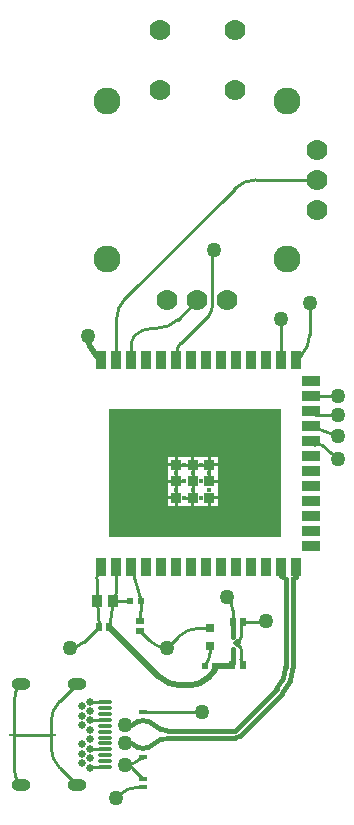
<source format=gtl>
G04*
G04 #@! TF.GenerationSoftware,Altium Limited,Altium Designer,23.9.2 (47)*
G04*
G04 Layer_Physical_Order=1*
G04 Layer_Color=255*
%FSLAX44Y44*%
%MOMM*%
G71*
G04*
G04 #@! TF.SameCoordinates,5FA424B9-A6D8-4F7E-AE3D-71B40F287457*
G04*
G04*
G04 #@! TF.FilePolarity,Positive*
G04*
G01*
G75*
%ADD10C,0.2540*%
%ADD15R,0.7000X0.4000*%
%ADD16O,1.2000X0.3000*%
%ADD17O,1.0000X0.2000*%
%ADD18R,0.9000X1.5000*%
%ADD20C,0.2000*%
G04:AMPARAMS|DCode=21|XSize=0.55mm|YSize=0.5mm|CornerRadius=0.0625mm|HoleSize=0mm|Usage=FLASHONLY|Rotation=90.000|XOffset=0mm|YOffset=0mm|HoleType=Round|Shape=RoundedRectangle|*
%AMROUNDEDRECTD21*
21,1,0.5500,0.3750,0,0,90.0*
21,1,0.4250,0.5000,0,0,90.0*
1,1,0.1250,0.1875,0.2125*
1,1,0.1250,0.1875,-0.2125*
1,1,0.1250,-0.1875,-0.2125*
1,1,0.1250,-0.1875,0.2125*
%
%ADD21ROUNDEDRECTD21*%
%ADD22R,0.6000X0.6400*%
%ADD23R,0.8000X0.8000*%
%ADD24R,0.9000X1.0000*%
%ADD25R,0.6400X0.6000*%
%ADD26R,0.9000X0.9000*%
%ADD27R,1.5000X0.9000*%
%ADD45C,0.5080*%
%ADD46C,0.3810*%
G04:AMPARAMS|DCode=47|XSize=0.48mm|YSize=0.48mm|CornerRadius=0.06mm|HoleSize=0mm|Usage=FLASHONLY|Rotation=135.000|XOffset=0mm|YOffset=0mm|HoleType=Round|Shape=RoundedRectangle|*
%AMROUNDEDRECTD47*
21,1,0.4800,0.3600,0,0,135.0*
21,1,0.3600,0.4800,0,0,135.0*
1,1,0.1200,0.0000,0.2546*
1,1,0.1200,0.2546,0.0000*
1,1,0.1200,0.0000,-0.2546*
1,1,0.1200,-0.2546,0.0000*
%
%ADD47ROUNDEDRECTD47*%
%ADD48C,1.7780*%
%ADD49C,2.2860*%
%ADD50C,0.6500*%
%ADD51O,1.6000X1.0000*%
%ADD52C,0.4000*%
%ADD53C,1.2700*%
G36*
X478810Y568060D02*
X479060D01*
X481060Y566060D01*
X481060Y564310D01*
X480810Y564060D01*
X479060D01*
X478810Y564310D01*
Y568060D01*
D02*
G37*
G36*
X487810Y567560D02*
X487060Y567560D01*
X485560Y566060D01*
X485560Y564310D01*
X485810Y564060D01*
X487560D01*
X487810Y564310D01*
Y567560D01*
D02*
G37*
G36*
X478810Y573060D02*
X479560D01*
X481060Y574560D01*
X481060Y576310D01*
X480810Y576560D01*
X479060D01*
X478810Y576310D01*
X478810Y573060D01*
D02*
G37*
G36*
X487810D02*
X487060D01*
X485560Y574560D01*
X485560Y576310D01*
X485810Y576560D01*
X487560D01*
X487810Y576310D01*
Y573060D01*
D02*
G37*
G36*
X520700Y660400D02*
X374650D01*
Y768350D01*
X520700D01*
Y660400D01*
D02*
G37*
%LPC*%
G36*
X466810Y728400D02*
X461040D01*
Y722630D01*
X466810D01*
Y728400D01*
D02*
G37*
G36*
X430500D02*
X424730D01*
Y722630D01*
X430500D01*
Y728400D01*
D02*
G37*
G36*
X458500D02*
X447040D01*
Y721360D01*
X444500D01*
Y728400D01*
X433040D01*
Y721360D01*
X431770D01*
Y720090D01*
X424730D01*
Y714320D01*
Y708630D01*
X431770D01*
Y706090D01*
X424730D01*
Y700320D01*
Y694630D01*
X431770D01*
Y693360D01*
X433040D01*
Y686320D01*
X438730D01*
Y686320D01*
X444500D01*
Y693360D01*
X447040D01*
Y686320D01*
X452810D01*
Y686320D01*
X458500D01*
Y693360D01*
X459770D01*
Y694630D01*
X466810D01*
Y700320D01*
X466810D01*
Y706090D01*
X459770D01*
Y708630D01*
X466810D01*
Y714400D01*
X466810D01*
Y720090D01*
X459770D01*
Y721360D01*
X458500D01*
Y728400D01*
D02*
G37*
G36*
X466810Y692090D02*
X461040D01*
Y686320D01*
X466810D01*
Y692090D01*
D02*
G37*
G36*
X430500Y692090D02*
X424730D01*
Y686320D01*
X430500D01*
Y692090D01*
D02*
G37*
%LPD*%
D10*
X546170Y766810D02*
G03*
X549710Y763270I3540J0D01*
G01*
X546440Y779780D02*
G03*
X546170Y779510I0J-270D01*
G01*
X393970Y809860D02*
G03*
X396240Y815340I-5480J5480D01*
G01*
Y830580D02*
G03*
X393970Y825100I5480J-5480D01*
G01*
X415199Y836930D02*
G03*
X433159Y844370I0J25400D01*
G01*
X411570Y836930D02*
G03*
X396240Y830580I0J-21680D01*
G01*
X435610Y824230D02*
G03*
X432070Y815684I8546J-8546D01*
G01*
X459276Y847896D02*
G03*
X462550Y855799I-7903J7903D01*
G01*
X520700Y810512D02*
G03*
X520970Y809860I922J0D01*
G01*
X537391Y813580D02*
G03*
X544830Y831541I-17960J17960D01*
G01*
X388709Y862420D02*
G03*
X381270Y844459I17960J-17960D01*
G01*
X499471Y962660D02*
G03*
X481511Y955220I0J-25400D01*
G01*
X359098Y480960D02*
G03*
X360305Y480460I1207J1207D01*
G01*
Y505460D02*
G03*
X359098Y504960I0J-1707D01*
G01*
X360305Y465460D02*
G03*
X359098Y464960I0J-1707D01*
G01*
X400721Y448620D02*
G03*
X382761Y441180I0J-25400D01*
G01*
X394595Y464885D02*
G03*
X388620Y467360I-5975J-5975D01*
G01*
D02*
G03*
X402738Y473208I0J19966D01*
G01*
X359098Y520960D02*
G03*
X360305Y520460I1207J1207D01*
G01*
X333237Y521300D02*
G03*
X325797Y503339I17960J-17960D01*
G01*
Y482581D02*
G03*
X333237Y464621I25400J0D01*
G01*
X294797Y463538D02*
G03*
X300297Y450260I18778J0D01*
G01*
X295401Y492960D02*
G03*
X294797Y492710I0J-854D01*
G01*
X300297Y535660D02*
G03*
X294797Y522382I13278J-13278D01*
G01*
X480060Y587218D02*
G03*
X479590Y588353I-1605J0D01*
G01*
Y598470D02*
G03*
X474980Y609600I-15739J0D01*
G01*
X488390Y588353D02*
G03*
X486560Y583935I4418J-4418D01*
G01*
X409004Y572706D02*
G03*
X424180Y566420I15176J15176D01*
G01*
X451291Y583010D02*
G03*
X433330Y575570I0J-25400D01*
G01*
X341630Y566420D02*
G03*
X353631Y571391I0J16972D01*
G01*
X464950Y551260D02*
G03*
X464820Y550946I314J-314D01*
G01*
X377990Y605790D02*
G03*
X381270Y613709I-7919J7919D01*
G01*
X368570Y634860D02*
G03*
X364490Y625010I9850J-9850D01*
G01*
X477068Y551260D02*
G03*
X479500Y552267I0J3440D01*
G01*
X455950Y551260D02*
G03*
X460450Y562124I-10864J10864D01*
G01*
X486560Y565310D02*
G03*
X485323Y568297I-4225J0D01*
G01*
X485323Y572323D02*
G03*
X486560Y575310I-2987J2987D01*
G01*
X486560Y556468D02*
G03*
X488300Y552267I5941J0D01*
G01*
X479500D02*
G03*
X480060Y553619I-1352J1352D01*
G01*
X546170Y741410D02*
X554990Y737870D01*
X568960Y726440D01*
X546170Y754110D02*
X568960Y745490D01*
X546170Y741410D02*
X549400Y738180D01*
X549710Y763270D02*
X568960D01*
X546440Y779780D02*
X568960D01*
X393970Y809860D02*
Y825100D01*
X411570Y836930D02*
X415199D01*
X433159Y844370D02*
X449850Y861060D01*
X432070Y809860D02*
Y815684D01*
X435610Y824230D02*
X459276Y847896D01*
X520700Y810512D02*
Y844550D01*
X533670Y809860D02*
X537391Y813580D01*
X544830Y831541D02*
Y858520D01*
X462550Y901970D02*
X463550Y902970D01*
X462550Y855799D02*
Y901970D01*
X388709Y862420D02*
X481511Y955220D01*
X499471Y962660D02*
X551450D01*
X381270Y809860D02*
Y844459D01*
X445770Y693360D02*
Y721360D01*
X459770Y707360D02*
Y721360D01*
Y707360D02*
X459770Y707360D01*
X445770Y721360D02*
X459770D01*
X431770D02*
X445770D01*
X431770Y707360D02*
Y721360D01*
Y693360D02*
Y707360D01*
X431770Y707360D02*
X438770D01*
X431770Y707360D02*
X431770Y707360D01*
X438770Y693360D02*
X438770Y693360D01*
X445770D01*
X360305Y480460D02*
X371598D01*
X360305Y505460D02*
X371598D01*
X360305Y465460D02*
X371598D01*
X381000Y439420D02*
X382761Y441180D01*
X400721Y448620D02*
X403860D01*
X402738Y473208D02*
X403860Y474330D01*
X394595Y464885D02*
X403860Y455620D01*
X403860Y511810D02*
X453390D01*
X360305Y520460D02*
X371598D01*
X333237Y521300D02*
X347598Y535660D01*
X325797Y482581D02*
Y492960D01*
X295401D02*
X325797D01*
Y503339D01*
X333237Y464621D02*
X347598Y450260D01*
X294797Y492710D02*
Y522382D01*
Y463538D02*
Y492710D01*
X479590Y588353D02*
Y598470D01*
X507073Y588353D02*
X508000Y589280D01*
X488390Y588353D02*
X507073D01*
X424180Y566420D02*
X433330Y575570D01*
X451291Y583010D02*
X460450D01*
X353631Y571391D02*
X366440Y584200D01*
X401320Y580390D02*
X409004Y572706D01*
X375240Y584200D02*
X377990Y605790D01*
X401320Y589190D02*
X402010Y605790D01*
X364490D02*
Y625010D01*
Y605790D02*
X366440Y584200D01*
X377990Y605790D02*
X393010D01*
X393970Y634860D02*
X402010Y605790D01*
X381270Y613709D02*
Y634860D01*
X460450Y562124D02*
Y568010D01*
X486560Y556468D02*
Y565310D01*
X483310Y570310D02*
X485323Y568297D01*
X486560Y575310D02*
Y583935D01*
X483310Y570310D02*
X485323Y572323D01*
D15*
X403860Y481330D02*
D03*
X403860Y504810D02*
D03*
X403860Y474330D02*
D03*
X403860Y511810D02*
D03*
X403860Y455620D02*
D03*
Y448620D02*
D03*
D16*
X371598Y520460D02*
D03*
Y510460D02*
D03*
Y505460D02*
D03*
Y500460D02*
D03*
X371598Y495460D02*
D03*
Y490460D02*
D03*
X371598Y485460D02*
D03*
Y480460D02*
D03*
Y475460D02*
D03*
Y515460D02*
D03*
Y470460D02*
D03*
Y465460D02*
D03*
D17*
X325797Y492960D02*
D03*
X294797Y492710D02*
D03*
D18*
X520970Y634860D02*
D03*
X533670Y634860D02*
D03*
X368570Y634860D02*
D03*
X381270D02*
D03*
X393970D02*
D03*
X406670Y634860D02*
D03*
X419370Y634860D02*
D03*
X432070D02*
D03*
X444770D02*
D03*
X457470D02*
D03*
X470170Y634860D02*
D03*
X482870Y634860D02*
D03*
X495570D02*
D03*
X508270D02*
D03*
X533670Y809860D02*
D03*
X520970Y809860D02*
D03*
X508270D02*
D03*
X495570Y809860D02*
D03*
X482870Y809860D02*
D03*
X470170Y809860D02*
D03*
X457470Y809860D02*
D03*
X444770D02*
D03*
X432070Y809860D02*
D03*
X419370Y809860D02*
D03*
X406670Y809860D02*
D03*
X393970Y809860D02*
D03*
X381270D02*
D03*
X368570Y809860D02*
D03*
D20*
X480060Y565310D02*
D03*
X486560D02*
D03*
X486560Y575310D02*
D03*
X480060Y575310D02*
D03*
D21*
X464950Y551260D02*
D03*
X455950Y551260D02*
D03*
X393010Y605790D02*
D03*
X402010D02*
D03*
D22*
X479500Y552267D02*
D03*
X488300D02*
D03*
X479590Y588353D02*
D03*
X488390Y588353D02*
D03*
X375240Y584200D02*
D03*
X366440D02*
D03*
D23*
X460450Y583010D02*
D03*
Y568010D02*
D03*
D24*
X364490Y605790D02*
D03*
X377990D02*
D03*
D25*
X401320Y589190D02*
D03*
Y580390D02*
D03*
D26*
X445770Y707360D02*
D03*
X445770Y693360D02*
D03*
Y721360D02*
D03*
X459770Y693360D02*
D03*
X459770Y707360D02*
D03*
X459770Y721360D02*
D03*
X431770Y693360D02*
D03*
Y707360D02*
D03*
Y721360D02*
D03*
D27*
X546170Y652510D02*
D03*
Y665210D02*
D03*
Y677910D02*
D03*
Y690610D02*
D03*
Y703310D02*
D03*
Y716010D02*
D03*
Y728710D02*
D03*
Y741410D02*
D03*
Y754110D02*
D03*
X546170Y766810D02*
D03*
X546170Y779510D02*
D03*
X546170Y792210D02*
D03*
D45*
X356870Y830580D02*
G03*
X363248Y815182I21776J0D01*
G01*
X443230Y534670D02*
G03*
X458406Y540956I0J21462D01*
G01*
X417331Y542109D02*
G03*
X435291Y534670I17960J17960D01*
G01*
X363248Y815182D02*
X368570Y809860D01*
X464950Y551260D02*
X477068D01*
X464820Y547370D02*
Y550946D01*
X435291Y534670D02*
X443230D01*
X375240Y584200D02*
X417331Y542109D01*
X458406Y540956D02*
X464820Y547370D01*
D46*
X394633Y485152D02*
G03*
X393913Y485450I-720J-720D01*
G01*
X532345Y625455D02*
G03*
X533670Y626780I0J1325D01*
G01*
X532345Y625455D02*
G03*
X530860Y624840I0J-2100D01*
G01*
X521561Y527495D02*
G03*
X530860Y549946I-22451J22451D01*
G01*
X481330Y489895D02*
G03*
X485820Y491755I0J6350D01*
G01*
X424538Y489895D02*
G03*
X413087Y485152I0J-16194D01*
G01*
X403860Y481330D02*
G03*
X413087Y485152I0J13049D01*
G01*
X393913Y500690D02*
G03*
X394633Y500988I0J1018D01*
G01*
X520970Y627510D02*
G03*
X523025Y625455I2055J0D01*
G01*
X524510Y624840D02*
G03*
X523025Y625455I-1485J-1485D01*
G01*
X517071Y531986D02*
G03*
X524510Y549946I-17960J17960D01*
G01*
X413087Y500988D02*
G03*
X424538Y496245I11451J11451D01*
G01*
X394633Y485152D02*
G03*
X403860Y481330I9227J9227D01*
G01*
X403860Y504810D02*
G03*
X394633Y500988I0J-13049D01*
G01*
X413087D02*
G03*
X403860Y504810I-9227J-9227D01*
G01*
X480060Y575310D02*
Y587218D01*
Y553619D02*
Y565310D01*
X388620Y485450D02*
X393913D01*
X530860Y549946D02*
Y624840D01*
X485820Y491755D02*
X521561Y527495D01*
X424538Y489895D02*
X481330D01*
X388620Y500690D02*
X393913D01*
X520970Y627510D02*
Y634860D01*
X524510Y549946D02*
Y624840D01*
X481330Y496245D02*
X517071Y531986D01*
X424538Y496245D02*
X481330D01*
X533670Y626780D02*
Y634860D01*
D47*
X483310Y570310D02*
D03*
D48*
X481600Y1089660D02*
D03*
X418100D02*
D03*
X481600Y1038860D02*
D03*
X418100D02*
D03*
X475250Y861060D02*
D03*
X449850D02*
D03*
X424450D02*
D03*
X551450Y988060D02*
D03*
Y962660D02*
D03*
Y937260D02*
D03*
D49*
X526050Y1029335D02*
D03*
Y895985D02*
D03*
X373650D02*
D03*
Y1029335D02*
D03*
D50*
X359098Y488960D02*
D03*
X352097Y484960D02*
D03*
X359098Y480960D02*
D03*
Y472960D02*
D03*
Y464960D02*
D03*
X352098Y476960D02*
D03*
Y468960D02*
D03*
Y516960D02*
D03*
Y508960D02*
D03*
X359098Y520960D02*
D03*
Y512960D02*
D03*
Y504960D02*
D03*
X352098Y500960D02*
D03*
X359098Y496960D02*
D03*
D51*
X347598Y450260D02*
D03*
Y535660D02*
D03*
X300297Y535660D02*
D03*
Y450260D02*
D03*
D52*
X438770Y707360D02*
D03*
X438770Y693360D02*
D03*
Y721360D02*
D03*
X452770Y693360D02*
D03*
Y707360D02*
D03*
X452770Y721360D02*
D03*
X431770Y700360D02*
D03*
Y714360D02*
D03*
X445770Y700360D02*
D03*
Y714360D02*
D03*
X459770Y700360D02*
D03*
Y714360D02*
D03*
D53*
X568960Y745490D02*
D03*
Y726440D02*
D03*
X474980Y609600D02*
D03*
X568960Y763270D02*
D03*
Y779780D02*
D03*
X520700Y844550D02*
D03*
X544830Y858520D02*
D03*
X463550Y902970D02*
D03*
X356870Y830580D02*
D03*
X381000Y439420D02*
D03*
X388620Y467360D02*
D03*
X453390Y511810D02*
D03*
X508000Y589280D02*
D03*
X341630Y566420D02*
D03*
X424180D02*
D03*
X388620Y485450D02*
D03*
Y500690D02*
D03*
M02*

</source>
